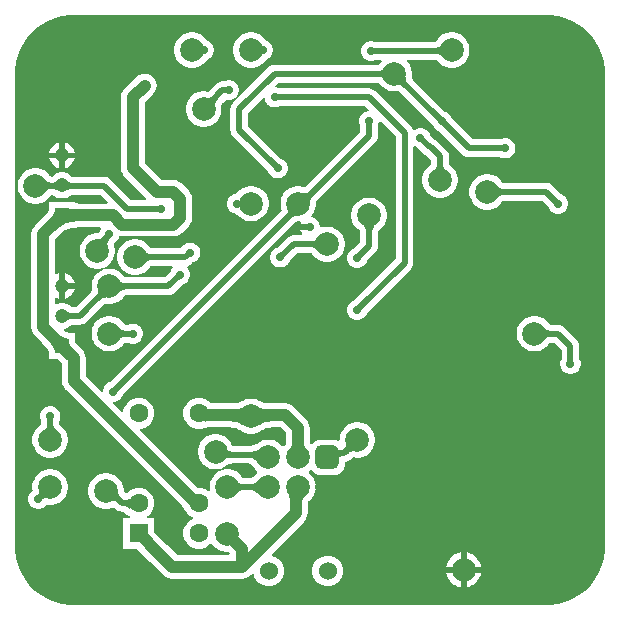
<source format=gbl>
G04*
G04 #@! TF.GenerationSoftware,Altium Limited,Altium Designer,23.9.2 (47)*
G04*
G04 Layer_Physical_Order=2*
G04 Layer_Color=16711680*
%FSLAX44Y44*%
%MOMM*%
G71*
G04*
G04 #@! TF.SameCoordinates,8776A3A0-EF5A-4BC1-B825-7BE02FDD750C*
G04*
G04*
G04 #@! TF.FilePolarity,Positive*
G04*
G01*
G75*
%ADD53C,0.5000*%
%ADD54C,1.0000*%
%ADD55R,1.2000X1.2000*%
%ADD56C,1.2000*%
%ADD57C,1.6000*%
%ADD58R,1.6000X1.6000*%
%ADD59C,7.0000*%
%ADD60C,2.0000*%
G04:AMPARAMS|DCode=61|XSize=2mm|YSize=2mm|CornerRadius=0.5mm|HoleSize=0mm|Usage=FLASHONLY|Rotation=0.000|XOffset=0mm|YOffset=0mm|HoleType=Round|Shape=RoundedRectangle|*
%AMROUNDEDRECTD61*
21,1,2.0000,1.0000,0,0,0.0*
21,1,1.0000,2.0000,0,0,0.0*
1,1,1.0000,0.5000,-0.5000*
1,1,1.0000,-0.5000,-0.5000*
1,1,1.0000,-0.5000,0.5000*
1,1,1.0000,0.5000,0.5000*
%
%ADD61ROUNDEDRECTD61*%
%ADD62C,1.5240*%
%ADD63C,0.7000*%
%ADD64C,0.5000*%
G36*
X459775Y549145D02*
X466106Y547448D01*
X472162Y544940D01*
X477838Y541663D01*
X483038Y537673D01*
X487673Y533038D01*
X491663Y527838D01*
X494940Y522162D01*
X497448Y516106D01*
X499145Y509775D01*
X500000Y503277D01*
Y500000D01*
Y100000D01*
Y96723D01*
X499145Y90225D01*
X497448Y83893D01*
X494940Y77838D01*
X491663Y72162D01*
X487673Y66962D01*
X483038Y62327D01*
X477838Y58337D01*
X472162Y55060D01*
X466106Y52552D01*
X459775Y50855D01*
X453277Y50000D01*
X46723D01*
X40224Y50855D01*
X33893Y52552D01*
X27838Y55060D01*
X22162Y58337D01*
X16962Y62327D01*
X12327Y66962D01*
X8337Y72162D01*
X5060Y77838D01*
X2552Y83893D01*
X856Y90225D01*
X0Y96723D01*
Y100000D01*
Y500000D01*
Y503277D01*
X856Y509775D01*
X2552Y516106D01*
X5060Y522162D01*
X8337Y527838D01*
X12327Y533038D01*
X16962Y537673D01*
X22162Y541663D01*
X27838Y544940D01*
X33893Y547448D01*
X40224Y549145D01*
X46723Y550000D01*
X453277D01*
X459775Y549145D01*
D02*
G37*
%LPC*%
G36*
X371477Y535000D02*
X368523D01*
X365625Y534423D01*
X362895Y533293D01*
X360438Y531651D01*
X358349Y529562D01*
X356910Y527409D01*
X356828Y527320D01*
X356600Y527260D01*
X356250Y527201D01*
X355783Y527158D01*
X355063Y527137D01*
X355016Y527126D01*
X354969Y527133D01*
X354858Y527105D01*
X304681D01*
X302619Y527658D01*
X300381D01*
X298219Y527079D01*
X296281Y525960D01*
X294698Y524377D01*
X293579Y522439D01*
X293000Y520277D01*
Y518039D01*
X293579Y515877D01*
X294698Y513939D01*
X296281Y512356D01*
X298219Y511237D01*
X300381Y510658D01*
X302619D01*
X304781Y511237D01*
X306060Y511976D01*
X310366D01*
X310893Y510706D01*
X309748Y509562D01*
X308785Y508120D01*
X308512Y507849D01*
X308490Y507817D01*
X308401Y507785D01*
X308145Y507721D01*
X307777Y507660D01*
X307298Y507616D01*
X306573Y507596D01*
X306437Y507565D01*
X220000D01*
X218042Y507307D01*
X216218Y506551D01*
X214651Y505349D01*
X214651Y505349D01*
X184651Y475349D01*
X183449Y473782D01*
X182693Y471958D01*
X182435Y470000D01*
Y452500D01*
X182693Y450542D01*
X183449Y448718D01*
X184651Y447151D01*
X214395Y417407D01*
X214579Y416719D01*
X215698Y414781D01*
X217281Y413198D01*
X219219Y412079D01*
X221381Y411500D01*
X223619D01*
X225781Y412079D01*
X227719Y413198D01*
X229302Y414781D01*
X230421Y416719D01*
X231000Y418881D01*
Y421119D01*
X230421Y423281D01*
X229302Y425219D01*
X227719Y426802D01*
X225781Y427921D01*
X225093Y428105D01*
X197565Y455633D01*
Y466867D01*
X210327Y479629D01*
X211500Y479143D01*
Y478881D01*
X212079Y476719D01*
X213198Y474781D01*
X214781Y473198D01*
X216719Y472079D01*
X218881Y471500D01*
X221119D01*
X223281Y472079D01*
X223897Y472435D01*
X296867D01*
X299629Y469673D01*
X299143Y468500D01*
X298881D01*
X296719Y467921D01*
X294781Y466802D01*
X293198Y465219D01*
X292079Y463281D01*
X291500Y461119D01*
Y458881D01*
X292079Y456719D01*
X292435Y456102D01*
Y450701D01*
X246655Y404921D01*
X246539Y404848D01*
X246020Y404359D01*
X245680Y404080D01*
X245502Y403957D01*
X244375Y404423D01*
X241477Y405000D01*
X238523D01*
X235625Y404423D01*
X232895Y403293D01*
X230438Y401651D01*
X228349Y399562D01*
X226707Y397105D01*
X225576Y394375D01*
X225000Y391477D01*
Y388523D01*
X225576Y385625D01*
X226043Y384498D01*
X225920Y384320D01*
X225641Y383980D01*
X225152Y383461D01*
X225079Y383345D01*
X80784Y239050D01*
X80096Y238865D01*
X78158Y237746D01*
X76575Y236164D01*
X75457Y234226D01*
X74877Y232064D01*
Y231127D01*
X73607Y230601D01*
X60086Y244122D01*
Y259600D01*
X59743Y262211D01*
X58735Y264643D01*
X57132Y266732D01*
X56732Y267132D01*
X56704Y267176D01*
X52028Y272008D01*
X51000Y273179D01*
Y275009D01*
X51055Y275208D01*
X51032Y275390D01*
X51068Y275569D01*
X51000Y275909D01*
Y280600D01*
X46530D01*
X46331Y280655D01*
X45667Y280702D01*
X45238Y280789D01*
X44670Y280975D01*
X43967Y281283D01*
X43144Y281730D01*
X42213Y282326D01*
X41583Y282786D01*
X41574Y282866D01*
X41792Y283925D01*
X41918Y284126D01*
X44246Y284750D01*
X46754Y286198D01*
X47407Y286851D01*
X47755Y287065D01*
X47926Y287225D01*
X47934Y287229D01*
X47964Y287245D01*
X48026Y287270D01*
X48130Y287302D01*
X48282Y287337D01*
X48485Y287369D01*
X48744Y287391D01*
X49197Y287404D01*
X49334Y287435D01*
X55000D01*
X56958Y287693D01*
X58782Y288449D01*
X60349Y289651D01*
X74769Y304070D01*
X74887Y304145D01*
X75414Y304643D01*
X75783Y304950D01*
X76087Y305168D01*
X76313Y305303D01*
X76399Y305344D01*
X76437Y305337D01*
X76821Y305338D01*
X78523Y305000D01*
X81477D01*
X84375Y305576D01*
X87105Y306707D01*
X89562Y308349D01*
X91651Y310438D01*
X92607Y311869D01*
X92875Y312132D01*
X92880Y312140D01*
X93040Y312194D01*
X93353Y312268D01*
X93788Y312335D01*
X94340Y312383D01*
X95135Y312404D01*
X95274Y312435D01*
X130000D01*
X131958Y312693D01*
X133782Y313449D01*
X135349Y314651D01*
X142593Y321895D01*
X143281Y322079D01*
X145219Y323198D01*
X146802Y324781D01*
X147921Y326719D01*
X148500Y328881D01*
Y331119D01*
X147921Y333281D01*
X146802Y335219D01*
X145818Y336203D01*
X146267Y337543D01*
X148091Y338299D01*
X149658Y339501D01*
X150412Y340255D01*
X151839Y340637D01*
X153777Y341756D01*
X155360Y343339D01*
X156479Y345277D01*
X157058Y347439D01*
Y349677D01*
X156479Y351839D01*
X155360Y353777D01*
X153777Y355360D01*
X151839Y356479D01*
X149677Y357058D01*
X147439D01*
X145277Y356479D01*
X143339Y355360D01*
X141756Y353777D01*
X140970Y352415D01*
X116863D01*
X116727Y352446D01*
X116002Y352466D01*
X115523Y352510D01*
X115155Y352571D01*
X114899Y352635D01*
X114810Y352667D01*
X114788Y352699D01*
X114515Y352970D01*
X113551Y354412D01*
X111462Y356501D01*
X109005Y358143D01*
X106275Y359273D01*
X103377Y359850D01*
X100423D01*
X97525Y359273D01*
X94795Y358143D01*
X92338Y356501D01*
X90249Y354412D01*
X88607Y351955D01*
X87477Y349225D01*
X86900Y346327D01*
Y343373D01*
X87477Y340475D01*
X88607Y337745D01*
X90249Y335288D01*
X92338Y333199D01*
X94795Y331557D01*
X97525Y330426D01*
X100423Y329850D01*
X103377D01*
X106275Y330426D01*
X109005Y331557D01*
X111462Y333199D01*
X113551Y335288D01*
X114515Y336730D01*
X114788Y337001D01*
X114810Y337033D01*
X114899Y337065D01*
X115155Y337129D01*
X115523Y337190D01*
X116002Y337234D01*
X116727Y337254D01*
X116863Y337285D01*
X133468D01*
X133995Y336015D01*
X133198Y335219D01*
X132079Y333281D01*
X131895Y332593D01*
X126867Y327565D01*
X95274D01*
X95135Y327596D01*
X94340Y327617D01*
X93788Y327664D01*
X93353Y327732D01*
X93040Y327806D01*
X92880Y327860D01*
X92875Y327868D01*
X92607Y328131D01*
X91651Y329562D01*
X89562Y331651D01*
X87105Y333293D01*
X84375Y334423D01*
X81477Y335000D01*
X78523D01*
X75625Y334423D01*
X72895Y333293D01*
X70438Y331651D01*
X68349Y329562D01*
X66707Y327105D01*
X65576Y324375D01*
X65000Y321477D01*
Y318523D01*
X65338Y316821D01*
X65337Y316437D01*
X65344Y316399D01*
X65304Y316313D01*
X65168Y316087D01*
X64950Y315784D01*
X64643Y315414D01*
X64145Y314887D01*
X64070Y314769D01*
X51867Y302565D01*
X49334D01*
X49197Y302596D01*
X48744Y302609D01*
X48485Y302631D01*
X48282Y302663D01*
X48130Y302698D01*
X48026Y302730D01*
X47964Y302755D01*
X47934Y302771D01*
X47926Y302775D01*
X47755Y302935D01*
X47407Y303149D01*
X46754Y303802D01*
X44246Y305250D01*
X41448Y306000D01*
X38552D01*
X35754Y305250D01*
X35186Y304922D01*
X34086Y305557D01*
Y309843D01*
X35186Y310478D01*
X35754Y310150D01*
X37500Y309682D01*
Y320400D01*
Y331118D01*
X35754Y330650D01*
X35186Y330322D01*
X34086Y330957D01*
Y359822D01*
X37470Y363206D01*
X37500Y363224D01*
X40118Y365656D01*
X41188Y366526D01*
X42213Y367274D01*
X43144Y367870D01*
X43967Y368317D01*
X44670Y368625D01*
X45238Y368811D01*
X45667Y368898D01*
X46331Y368945D01*
X46530Y369000D01*
X51000D01*
Y369683D01*
X54247Y369893D01*
X55995Y369902D01*
X56052Y369914D01*
X72176D01*
X72866Y368644D01*
X72079Y367281D01*
X71741Y366018D01*
X71686Y365971D01*
X71302Y365675D01*
X70969Y365450D01*
X70692Y365290D01*
X70477Y365187D01*
X70327Y365132D01*
X70241Y365109D01*
X70212Y365104D01*
X69929Y365092D01*
X69551Y365000D01*
X68523D01*
X65625Y364424D01*
X62895Y363293D01*
X60438Y361651D01*
X58349Y359562D01*
X56707Y357105D01*
X55577Y354375D01*
X55000Y351477D01*
Y348523D01*
X55577Y345625D01*
X56707Y342895D01*
X58349Y340438D01*
X60438Y338349D01*
X62895Y336707D01*
X65625Y335577D01*
X68523Y335000D01*
X71477D01*
X74375Y335577D01*
X77105Y336707D01*
X79562Y338349D01*
X81651Y340438D01*
X83293Y342895D01*
X84424Y345625D01*
X85000Y348523D01*
Y351477D01*
X84424Y354375D01*
X83638Y356273D01*
X83657Y356296D01*
X85219Y357198D01*
X86802Y358781D01*
X87921Y360719D01*
X88408Y362539D01*
X90814Y362223D01*
X134142D01*
X136753Y362566D01*
X139185Y363574D01*
X141274Y365177D01*
X147132Y371035D01*
X148735Y373124D01*
X149743Y375556D01*
X150086Y378167D01*
Y394142D01*
X149743Y396753D01*
X148735Y399185D01*
X147132Y401274D01*
X141274Y407132D01*
X139185Y408735D01*
X136753Y409743D01*
X134142Y410086D01*
X124178D01*
X110086Y424178D01*
Y475822D01*
X117132Y482868D01*
X118735Y484957D01*
X119743Y487389D01*
X120086Y490000D01*
X119743Y492611D01*
X118735Y495043D01*
X117132Y497132D01*
X115043Y498735D01*
X112611Y499743D01*
X110000Y500086D01*
X107389Y499743D01*
X104957Y498735D01*
X102868Y497132D01*
X92868Y487132D01*
X91265Y485043D01*
X90257Y482611D01*
X89914Y480000D01*
Y420000D01*
X90257Y417389D01*
X91265Y414957D01*
X92868Y412868D01*
X111189Y394547D01*
X110703Y393373D01*
X98125D01*
X81149Y410349D01*
X79582Y411551D01*
X77758Y412307D01*
X75800Y412565D01*
X49665D01*
X49595Y412584D01*
X49482Y412570D01*
X49372Y412596D01*
X48927Y412609D01*
X48692Y412631D01*
X48518Y412660D01*
X48403Y412688D01*
X48359Y412703D01*
X48255Y412813D01*
X47875Y413081D01*
X46754Y414202D01*
X44246Y415650D01*
X41448Y416400D01*
X38552D01*
X35754Y415650D01*
X33246Y414202D01*
X32376Y413332D01*
X31991Y413078D01*
X31847Y412935D01*
X31811Y412920D01*
X31728Y412893D01*
X31595Y412862D01*
X31406Y412831D01*
X31392Y412830D01*
X31060Y412860D01*
X30683Y412921D01*
X30416Y412987D01*
X30277Y413036D01*
X30231Y413101D01*
X29944Y413375D01*
X29151Y414562D01*
X27062Y416651D01*
X24605Y418293D01*
X21875Y419423D01*
X18977Y420000D01*
X16023D01*
X13125Y419423D01*
X10395Y418293D01*
X7938Y416651D01*
X5849Y414562D01*
X4207Y412105D01*
X3076Y409375D01*
X2500Y406477D01*
Y403523D01*
X3076Y400625D01*
X4207Y397895D01*
X5849Y395438D01*
X7938Y393349D01*
X10395Y391707D01*
X13125Y390577D01*
X16023Y390000D01*
X18977D01*
X21875Y390577D01*
X24605Y391707D01*
X27062Y393349D01*
X29151Y395438D01*
X30304Y397164D01*
X30536Y397402D01*
X30577Y397417D01*
X30821Y397480D01*
X31182Y397540D01*
X31559Y397575D01*
X31633Y397568D01*
X31852Y397536D01*
X32022Y397498D01*
X32146Y397462D01*
X32230Y397429D01*
X32281Y397405D01*
X32309Y397388D01*
X32323Y397377D01*
X32508Y397217D01*
X32787Y397056D01*
X33246Y396598D01*
X35754Y395150D01*
X38552Y394400D01*
X41448D01*
X44246Y395150D01*
X46754Y396598D01*
X47032Y396875D01*
X47221Y396976D01*
X47417Y397136D01*
X47447Y397157D01*
X47494Y397183D01*
X47566Y397216D01*
X47670Y397254D01*
X47814Y397295D01*
X48002Y397335D01*
X48238Y397369D01*
X48522Y397392D01*
X48986Y397404D01*
X49125Y397435D01*
X72667D01*
X78842Y391260D01*
X78356Y390086D01*
X56107D01*
X56057Y390097D01*
X51077Y390182D01*
X51000Y390187D01*
Y391000D01*
X46309D01*
X45970Y391068D01*
X45705Y391015D01*
X45437Y391040D01*
X45309Y391000D01*
X34591D01*
X34392Y391055D01*
X34210Y391032D01*
X34030Y391068D01*
X33691Y391000D01*
X29000D01*
Y386530D01*
X28945Y386331D01*
X28898Y385667D01*
X28811Y385238D01*
X28625Y384670D01*
X28317Y383968D01*
X27870Y383144D01*
X27274Y382213D01*
X26562Y381236D01*
X24526Y378850D01*
X23291Y377571D01*
X23263Y377528D01*
X16868Y371132D01*
X15265Y369043D01*
X14257Y366610D01*
X13914Y364000D01*
Y285600D01*
X14257Y282990D01*
X15265Y280557D01*
X16868Y278468D01*
X23206Y272130D01*
X23224Y272100D01*
X25656Y269482D01*
X26526Y268412D01*
X27274Y267387D01*
X27870Y266456D01*
X28317Y265632D01*
X28625Y264930D01*
X28811Y264361D01*
X28898Y263933D01*
X28945Y263269D01*
X29000Y263070D01*
Y258600D01*
X33691D01*
X34030Y258533D01*
X34210Y258568D01*
X34392Y258545D01*
X34591Y258600D01*
X36103D01*
X39914Y255257D01*
Y239944D01*
X40257Y237334D01*
X41265Y234901D01*
X42868Y232812D01*
X140342Y135338D01*
X140368Y135297D01*
X141982Y133613D01*
X142604Y132887D01*
X142673Y132797D01*
X142700Y132666D01*
X142937Y132316D01*
X143088Y131921D01*
X143488Y131500D01*
X143813Y131018D01*
X143854Y130991D01*
X145397Y128318D01*
X147818Y125897D01*
X150613Y124284D01*
X150704Y123600D01*
X150613Y122916D01*
X147818Y121303D01*
X145397Y118882D01*
X143686Y115918D01*
X142800Y112612D01*
Y109188D01*
X143686Y105882D01*
X145397Y102918D01*
X147818Y100497D01*
X150782Y98786D01*
X154088Y97900D01*
X157512D01*
X160818Y98786D01*
X163782Y100497D01*
X165614Y102329D01*
X165628Y102337D01*
X167167Y102197D01*
X167179Y102188D01*
X168349Y100438D01*
X170438Y98349D01*
X172895Y96707D01*
X175625Y95576D01*
X178523Y95000D01*
X180736D01*
X181880Y93856D01*
X181354Y92586D01*
X137536D01*
X129413Y100709D01*
X129274Y100890D01*
X118000Y112164D01*
Y123900D01*
X112063D01*
X111722Y125170D01*
X112982Y125897D01*
X115403Y128318D01*
X117114Y131282D01*
X118000Y134588D01*
Y138012D01*
X117114Y141318D01*
X115403Y144282D01*
X112982Y146703D01*
X110018Y148414D01*
X106712Y149300D01*
X103288D01*
X99982Y148414D01*
X97018Y146703D01*
X95260Y144945D01*
X95103Y144890D01*
X93730Y144900D01*
X93554Y145084D01*
X93171Y145524D01*
X92859Y145922D01*
X92616Y146272D01*
X92438Y146570D01*
X92319Y146808D01*
X92248Y146983D01*
X92215Y147094D01*
X92205Y147145D01*
X92180Y147433D01*
X92105Y147693D01*
Y148185D01*
X91529Y151082D01*
X90398Y153812D01*
X88756Y156269D01*
X86667Y158358D01*
X84210Y160000D01*
X81481Y161131D01*
X78583Y161707D01*
X75628D01*
X72730Y161131D01*
X70000Y160000D01*
X67543Y158358D01*
X65454Y156269D01*
X63812Y153812D01*
X62682Y151082D01*
X62105Y148185D01*
Y145230D01*
X62682Y142332D01*
X63812Y139602D01*
X65454Y137145D01*
X67543Y135056D01*
X70000Y133414D01*
X72730Y132284D01*
X75628Y131707D01*
X78583D01*
X81481Y132284D01*
X83821Y133253D01*
X83957Y133142D01*
X84474Y132655D01*
X84591Y132582D01*
X85817Y131356D01*
X87384Y130154D01*
X89209Y129398D01*
X91167Y129140D01*
X91460D01*
X91572Y129112D01*
X92069Y129089D01*
X92259Y129061D01*
X92388Y129028D01*
X92476Y128994D01*
X92547Y128956D01*
X92621Y128905D01*
X92716Y128823D01*
X92838Y128691D01*
X92988Y128491D01*
X93274Y128026D01*
X93896Y127358D01*
X94494Y126670D01*
X94570Y126632D01*
X94628Y126569D01*
X95457Y126189D01*
X96273Y125782D01*
X96359Y125776D01*
X96437Y125740D01*
X97215Y125712D01*
X97757Y125170D01*
X97232Y123900D01*
X92000D01*
Y97900D01*
X103736D01*
X114871Y86765D01*
X115010Y86584D01*
X126226Y75368D01*
X128315Y73765D01*
X130747Y72757D01*
X133358Y72414D01*
X192500D01*
X195110Y72757D01*
X197543Y73765D01*
X199632Y75368D01*
X200890Y76625D01*
X202306Y76246D01*
X202886Y74082D01*
X204597Y71118D01*
X207018Y68697D01*
X209982Y66986D01*
X213288Y66100D01*
X216712D01*
X220018Y66986D01*
X222982Y68697D01*
X225403Y71118D01*
X227114Y74082D01*
X228000Y77389D01*
Y80811D01*
X227114Y84118D01*
X225403Y87082D01*
X222982Y89502D01*
X220018Y91214D01*
X217854Y91794D01*
X217474Y93210D01*
X244969Y120704D01*
X246572Y122793D01*
X247579Y125226D01*
X247923Y127837D01*
Y134477D01*
X247933Y134524D01*
X247955Y135469D01*
X248007Y136187D01*
X248085Y136781D01*
X248179Y137244D01*
X248274Y137572D01*
X248341Y137743D01*
X248391Y137782D01*
X248596Y138021D01*
X249312Y138499D01*
X251401Y140588D01*
X253043Y143045D01*
X254174Y145775D01*
X254750Y148673D01*
Y151627D01*
X254174Y154525D01*
X253043Y157255D01*
X251401Y159712D01*
X249312Y161801D01*
X248992Y162015D01*
Y163285D01*
X249312Y163499D01*
X250068Y164255D01*
X251754Y164144D01*
X252618Y163018D01*
X254707Y161415D01*
X257139Y160407D01*
X259750Y160064D01*
X269750D01*
X272360Y160407D01*
X274793Y161415D01*
X276882Y163018D01*
X278485Y165107D01*
X279493Y167539D01*
X279836Y170150D01*
Y171245D01*
X280612Y171347D01*
X282437Y172103D01*
X284003Y173305D01*
X284769Y174070D01*
X284887Y174145D01*
X285414Y174643D01*
X285783Y174950D01*
X286087Y175168D01*
X286313Y175304D01*
X286399Y175344D01*
X286436Y175337D01*
X286821Y175338D01*
X288523Y175000D01*
X291477D01*
X294375Y175576D01*
X297105Y176707D01*
X299562Y178349D01*
X301651Y180438D01*
X303293Y182895D01*
X304424Y185625D01*
X305000Y188523D01*
Y191477D01*
X304424Y194375D01*
X303293Y197105D01*
X301651Y199562D01*
X299562Y201651D01*
X297105Y203293D01*
X294375Y204424D01*
X291477Y205000D01*
X288523D01*
X285625Y204424D01*
X282895Y203293D01*
X280438Y201651D01*
X278349Y199562D01*
X276707Y197105D01*
X275576Y194375D01*
X275000Y191477D01*
Y190174D01*
X273730Y189325D01*
X272360Y189893D01*
X269750Y190236D01*
X259750D01*
X257139Y189893D01*
X254707Y188885D01*
X252618Y187282D01*
X251754Y186156D01*
X251753Y186155D01*
X251394Y186011D01*
X250212Y186358D01*
X250178Y186469D01*
X250076Y186917D01*
X249994Y187420D01*
X249864Y188992D01*
X249847Y189905D01*
X249836Y189954D01*
Y200250D01*
X249492Y202861D01*
X248485Y205293D01*
X246882Y207382D01*
X236332Y217932D01*
X234243Y219535D01*
X231810Y220543D01*
X229200Y220886D01*
X218268D01*
X218215Y220898D01*
X216542Y220920D01*
X215117Y220982D01*
X212492Y221236D01*
X211500Y221399D01*
X210613Y221594D01*
X209889Y221803D01*
X209334Y222009D01*
X208952Y222192D01*
X208462Y222496D01*
X208088Y222636D01*
X207105Y223293D01*
X204375Y224424D01*
X201477Y225000D01*
X198523D01*
X195625Y224424D01*
X192895Y223293D01*
X191912Y222636D01*
X191538Y222496D01*
X191048Y222192D01*
X190666Y222009D01*
X190111Y221803D01*
X189387Y221594D01*
X188500Y221399D01*
X187508Y221236D01*
X184883Y220982D01*
X183458Y220920D01*
X181785Y220898D01*
X181732Y220886D01*
X166604D01*
X166556Y220897D01*
X165771Y220914D01*
X163782Y222903D01*
X160818Y224614D01*
X157512Y225500D01*
X154088D01*
X150782Y224614D01*
X147818Y222903D01*
X145397Y220482D01*
X143686Y217518D01*
X142800Y214212D01*
Y210788D01*
X143686Y207482D01*
X145397Y204518D01*
X147818Y202097D01*
X150782Y200386D01*
X154088Y199500D01*
X157512D01*
X160170Y200212D01*
X160281Y200170D01*
X160701Y200184D01*
X161113Y200102D01*
X161686Y200216D01*
X162269Y200235D01*
X162652Y200408D01*
X163064Y200490D01*
X163126Y200532D01*
X165717Y200697D01*
X166479Y200702D01*
X166535Y200714D01*
X180770D01*
X180818Y200703D01*
X182298Y200672D01*
X184967Y200429D01*
X186003Y200249D01*
X186990Y200013D01*
X187861Y199741D01*
X188623Y199438D01*
X189279Y199112D01*
X189838Y198769D01*
X190519Y198256D01*
X190730Y198154D01*
X192895Y196707D01*
X195625Y195576D01*
X198523Y195000D01*
X201477D01*
X204375Y195576D01*
X207105Y196707D01*
X209270Y198154D01*
X209481Y198256D01*
X210162Y198769D01*
X210721Y199112D01*
X211377Y199438D01*
X212139Y199741D01*
X213010Y200013D01*
X213997Y200249D01*
X215033Y200429D01*
X217702Y200672D01*
X219182Y200703D01*
X219230Y200714D01*
X225022D01*
X229664Y196072D01*
Y190039D01*
X229656Y190006D01*
X229583Y188101D01*
X229516Y187481D01*
X229424Y186917D01*
X229322Y186470D01*
X229221Y186142D01*
X229138Y185935D01*
X229094Y185853D01*
X228938Y185676D01*
X228761Y185374D01*
X228099Y184712D01*
X227885Y184392D01*
X226615D01*
X226401Y184712D01*
X224312Y186801D01*
X221855Y188443D01*
X219125Y189573D01*
X216227Y190150D01*
X213273D01*
X210375Y189573D01*
X207645Y188443D01*
X207266Y188190D01*
X206980Y188093D01*
X204837Y186862D01*
X204029Y186451D01*
X202358Y185724D01*
X201750Y185511D01*
X201176Y185347D01*
X200697Y185243D01*
X200322Y185192D01*
X199801Y185167D01*
X199692Y185140D01*
X185288D01*
X185154Y185171D01*
X184444Y185192D01*
X184070Y185229D01*
X183293Y187105D01*
X181651Y189562D01*
X179562Y191651D01*
X177105Y193293D01*
X174375Y194424D01*
X171477Y195000D01*
X168523D01*
X165625Y194424D01*
X162895Y193293D01*
X160438Y191651D01*
X158349Y189562D01*
X156707Y187105D01*
X155576Y184375D01*
X155000Y181477D01*
Y178523D01*
X155576Y175625D01*
X156707Y172895D01*
X158349Y170438D01*
X160438Y168349D01*
X162895Y166707D01*
X165625Y165576D01*
X168523Y165000D01*
X171477D01*
X174375Y165576D01*
X177105Y166707D01*
X179562Y168349D01*
X180309Y169095D01*
X180644Y169300D01*
X180852Y169492D01*
X180875Y169509D01*
X180951Y169553D01*
X181095Y169619D01*
X181318Y169698D01*
X181625Y169781D01*
X181947Y169844D01*
X183132Y169963D01*
X183820Y169978D01*
X183963Y170010D01*
X198364D01*
X198460Y169985D01*
X199034Y169953D01*
X199274Y169910D01*
X199493Y169843D01*
X199716Y169744D01*
X199964Y169596D01*
X200248Y169380D01*
X200572Y169076D01*
X200932Y168669D01*
X201320Y168148D01*
X201818Y167362D01*
X202137Y167027D01*
X203099Y165588D01*
X205188Y163499D01*
X205508Y163285D01*
Y162015D01*
X205188Y161801D01*
X204375Y160988D01*
X203976Y160726D01*
X203201Y159961D01*
X202548Y159382D01*
X201936Y158901D01*
X201371Y158513D01*
X200857Y158213D01*
X200397Y157993D01*
X199993Y157841D01*
X199640Y157746D01*
X199330Y157696D01*
X198771Y157665D01*
X198671Y157640D01*
X194943D01*
X194806Y157671D01*
X194081Y157691D01*
X193600Y157735D01*
X193228Y157796D01*
X192968Y157861D01*
X192860Y157899D01*
X192830Y157943D01*
X192549Y158218D01*
X191651Y159562D01*
X189562Y161651D01*
X187105Y163293D01*
X184375Y164424D01*
X181477Y165000D01*
X178523D01*
X175625Y164424D01*
X172895Y163293D01*
X170438Y161651D01*
X168349Y159562D01*
X166707Y157105D01*
X165576Y154375D01*
X165000Y151477D01*
Y148523D01*
X165308Y146972D01*
X164138Y146347D01*
X163782Y146703D01*
X160818Y148414D01*
X157512Y149300D01*
X154928D01*
X154656Y149569D01*
X154608Y149600D01*
X105882Y198327D01*
X106368Y199500D01*
X106712D01*
X110018Y200386D01*
X112982Y202097D01*
X115403Y204518D01*
X117114Y207482D01*
X118000Y210788D01*
Y214212D01*
X117114Y217518D01*
X115403Y220482D01*
X112982Y222903D01*
X110018Y224614D01*
X106712Y225500D01*
X103288D01*
X99982Y224614D01*
X97018Y222903D01*
X94597Y220482D01*
X92886Y217518D01*
X92000Y214212D01*
Y213868D01*
X90827Y213382D01*
X83034Y221175D01*
X83560Y222445D01*
X84496D01*
X86658Y223024D01*
X88596Y224143D01*
X90179Y225725D01*
X91298Y227664D01*
X91482Y228351D01*
X236430Y373299D01*
X236552Y373377D01*
X237093Y373891D01*
X237502Y374240D01*
X237861Y374510D01*
X238165Y374707D01*
X238404Y374837D01*
X238575Y374912D01*
X238677Y374944D01*
X238708Y374951D01*
X238969Y374944D01*
X239302Y375000D01*
X241477D01*
X241622Y375029D01*
X242434Y373895D01*
X242079Y373281D01*
X241870Y372500D01*
X250000D01*
Y367500D01*
X241870D01*
X242079Y366719D01*
X243198Y364781D01*
X243520Y364459D01*
X242994Y363189D01*
X235999D01*
X235999Y363189D01*
X235020Y363060D01*
X234041Y362932D01*
X232216Y362176D01*
X230650Y360974D01*
X222281Y352605D01*
X221593Y352421D01*
X219655Y351302D01*
X218072Y349719D01*
X216953Y347781D01*
X216374Y345619D01*
Y343381D01*
X216953Y341219D01*
X218072Y339281D01*
X219655Y337698D01*
X221593Y336579D01*
X223755Y336000D01*
X225993D01*
X228155Y336579D01*
X230093Y337698D01*
X231676Y339281D01*
X232795Y341219D01*
X232979Y341907D01*
X239132Y348060D01*
X249461D01*
X249597Y348029D01*
X250322Y348008D01*
X250800Y347965D01*
X251169Y347904D01*
X251425Y347840D01*
X251514Y347808D01*
X251535Y347776D01*
X251808Y347505D01*
X252772Y346063D01*
X254862Y343973D01*
X257318Y342332D01*
X260048Y341201D01*
X262946Y340625D01*
X265901D01*
X268799Y341201D01*
X271529Y342332D01*
X273986Y343973D01*
X276075Y346063D01*
X277716Y348520D01*
X278847Y351249D01*
X279424Y354147D01*
Y357102D01*
X278847Y360000D01*
X277716Y362730D01*
X276075Y365187D01*
X273986Y367276D01*
X271529Y368918D01*
X268799Y370048D01*
X265901Y370625D01*
X262946D01*
X260048Y370048D01*
X259556Y369844D01*
X258500Y370550D01*
Y371119D01*
X257921Y373281D01*
X256802Y375219D01*
X255219Y376802D01*
X253281Y377921D01*
X251427Y378418D01*
X250863Y379650D01*
X251651Y380438D01*
X253293Y382895D01*
X254424Y385625D01*
X255000Y388523D01*
Y390698D01*
X255056Y391031D01*
X255049Y391292D01*
X255056Y391323D01*
X255088Y391424D01*
X255163Y391596D01*
X255293Y391835D01*
X255490Y392139D01*
X255760Y392498D01*
X256109Y392907D01*
X256623Y393448D01*
X256700Y393570D01*
X305349Y442218D01*
X306551Y443785D01*
X307307Y445610D01*
X307565Y447567D01*
Y456102D01*
X307921Y456719D01*
X308500Y458881D01*
Y459143D01*
X309673Y459629D01*
X322435Y446867D01*
Y343133D01*
X287407Y308105D01*
X286719Y307921D01*
X284781Y306802D01*
X283198Y305219D01*
X282079Y303281D01*
X281500Y301119D01*
Y298881D01*
X282079Y296719D01*
X283198Y294781D01*
X284781Y293198D01*
X286719Y292079D01*
X288881Y291500D01*
X291119D01*
X293281Y292079D01*
X295219Y293198D01*
X296802Y294781D01*
X297921Y296719D01*
X298105Y297407D01*
X335349Y334651D01*
X335349Y334651D01*
X336551Y336218D01*
X337307Y338042D01*
X337565Y340000D01*
X337565Y340000D01*
Y437725D01*
X338835Y438399D01*
X340219Y437600D01*
X340907Y437416D01*
X346103Y432220D01*
X347669Y431018D01*
X348719Y430583D01*
X352435Y426867D01*
Y424963D01*
X352404Y424827D01*
X352384Y424102D01*
X352340Y423623D01*
X352279Y423255D01*
X352215Y422999D01*
X352183Y422910D01*
X352151Y422888D01*
X351880Y422615D01*
X350438Y421651D01*
X348349Y419562D01*
X346707Y417105D01*
X345576Y414375D01*
X345000Y411477D01*
Y408523D01*
X345576Y405625D01*
X346707Y402895D01*
X348349Y400438D01*
X350438Y398349D01*
X352895Y396707D01*
X355625Y395577D01*
X358523Y395000D01*
X361477D01*
X364375Y395577D01*
X367105Y396707D01*
X369562Y398349D01*
X371651Y400438D01*
X373293Y402895D01*
X374423Y405625D01*
X375000Y408523D01*
Y411477D01*
X374423Y414375D01*
X373293Y417105D01*
X371651Y419562D01*
X369562Y421651D01*
X368120Y422615D01*
X367849Y422888D01*
X367817Y422910D01*
X367785Y422999D01*
X367721Y423255D01*
X367660Y423623D01*
X367616Y424102D01*
X367596Y424827D01*
X367565Y424963D01*
Y430000D01*
X367307Y431958D01*
X366551Y433782D01*
X365349Y435349D01*
X357780Y442918D01*
X356213Y444120D01*
X355164Y444555D01*
X351605Y448114D01*
X351421Y448802D01*
X350302Y450740D01*
X348719Y452323D01*
X346781Y453442D01*
X344619Y454021D01*
X342381D01*
X340219Y453442D01*
X338480Y452438D01*
X337845Y452479D01*
X336959Y452797D01*
X336551Y453782D01*
X335349Y455349D01*
X335349Y455349D01*
X305349Y485349D01*
X303782Y486551D01*
X301958Y487307D01*
X300000Y487565D01*
X223897D01*
X223281Y487921D01*
X221119Y488500D01*
X220857D01*
X220371Y489673D01*
X223133Y492435D01*
X306437D01*
X306573Y492404D01*
X307298Y492384D01*
X307776Y492340D01*
X308145Y492279D01*
X308401Y492215D01*
X308490Y492183D01*
X308512Y492151D01*
X308785Y491880D01*
X309748Y490438D01*
X311838Y488349D01*
X314294Y486707D01*
X317024Y485576D01*
X319922Y485000D01*
X322877D01*
X324578Y485338D01*
X324963Y485337D01*
X325001Y485344D01*
X325086Y485303D01*
X325313Y485168D01*
X325616Y484950D01*
X325986Y484643D01*
X326512Y484145D01*
X326631Y484070D01*
X353572Y457130D01*
X353756Y456442D01*
X354875Y454504D01*
X356458Y452921D01*
X358396Y451802D01*
X359084Y451618D01*
X378870Y431832D01*
X378870Y431831D01*
X380437Y430629D01*
X382261Y429874D01*
X384219Y429616D01*
X384219Y429616D01*
X410666D01*
X411938Y428881D01*
X414100Y428302D01*
X416338D01*
X418500Y428881D01*
X420438Y430000D01*
X422021Y431583D01*
X423140Y433521D01*
X423719Y435683D01*
Y437921D01*
X423140Y440083D01*
X422021Y442021D01*
X420438Y443603D01*
X418500Y444722D01*
X416338Y445302D01*
X414100D01*
X412023Y444745D01*
X387352D01*
X369782Y462316D01*
X369598Y463004D01*
X368479Y464942D01*
X366896Y466524D01*
X364958Y467643D01*
X364270Y467828D01*
X337329Y494768D01*
X337255Y494887D01*
X336757Y495414D01*
X336449Y495783D01*
X336232Y496087D01*
X336096Y496313D01*
X336055Y496399D01*
X336063Y496437D01*
X336061Y496821D01*
X336400Y498523D01*
Y501477D01*
X335823Y504375D01*
X334692Y507105D01*
X333051Y509562D01*
X331907Y510706D01*
X332433Y511976D01*
X355170D01*
X355308Y511945D01*
X356037Y511925D01*
X356530Y511881D01*
X356918Y511819D01*
X357199Y511751D01*
X357377Y511691D01*
X357405Y511678D01*
X357479Y511577D01*
X357756Y511326D01*
X358349Y510438D01*
X360438Y508349D01*
X362895Y506707D01*
X365625Y505577D01*
X368523Y505000D01*
X371477D01*
X374375Y505577D01*
X377105Y506707D01*
X379562Y508349D01*
X381651Y510438D01*
X383293Y512895D01*
X384423Y515625D01*
X385000Y518523D01*
Y521477D01*
X384423Y524375D01*
X383293Y527105D01*
X381651Y529562D01*
X379562Y531651D01*
X377105Y533293D01*
X374375Y534423D01*
X371477Y535000D01*
D02*
G37*
G36*
X201477D02*
X198523D01*
X195625Y534423D01*
X192895Y533293D01*
X190438Y531651D01*
X188349Y529562D01*
X186707Y527105D01*
X185576Y524375D01*
X185000Y521477D01*
Y518523D01*
X185576Y515625D01*
X186707Y512895D01*
X188349Y510438D01*
X190438Y508349D01*
X192895Y506707D01*
X195625Y505577D01*
X198523Y505000D01*
X201477D01*
X204375Y505577D01*
X207105Y506707D01*
X209562Y508349D01*
X211651Y510438D01*
X212632Y511905D01*
X213281Y512079D01*
X215219Y513198D01*
X216802Y514781D01*
X217921Y516719D01*
X218500Y518881D01*
Y521119D01*
X217921Y523281D01*
X216802Y525219D01*
X215219Y526802D01*
X213281Y527921D01*
X212632Y528095D01*
X211651Y529562D01*
X209562Y531651D01*
X207105Y533293D01*
X204375Y534423D01*
X201477Y535000D01*
D02*
G37*
G36*
X151477D02*
X148523D01*
X145625Y534423D01*
X142895Y533293D01*
X140438Y531651D01*
X138349Y529562D01*
X136707Y527105D01*
X135576Y524375D01*
X135000Y521477D01*
Y518523D01*
X135576Y515625D01*
X136707Y512895D01*
X138349Y510438D01*
X140438Y508349D01*
X142895Y506707D01*
X145625Y505577D01*
X148523Y505000D01*
X151477D01*
X154375Y505577D01*
X157105Y506707D01*
X159562Y508349D01*
X161651Y510438D01*
X162632Y511905D01*
X163281Y512079D01*
X165219Y513198D01*
X166802Y514781D01*
X167921Y516719D01*
X168500Y518881D01*
Y521119D01*
X167921Y523281D01*
X166802Y525219D01*
X165219Y526802D01*
X163281Y527921D01*
X162632Y528095D01*
X161651Y529562D01*
X159562Y531651D01*
X157105Y533293D01*
X154375Y534423D01*
X151477Y535000D01*
D02*
G37*
G36*
X182619Y494750D02*
X180381D01*
X178219Y494171D01*
X176940Y493432D01*
X175867D01*
X173909Y493174D01*
X172085Y492419D01*
X170518Y491216D01*
X170518Y491216D01*
X165231Y485930D01*
X165113Y485855D01*
X164586Y485357D01*
X164217Y485050D01*
X163913Y484832D01*
X163687Y484697D01*
X163601Y484656D01*
X163563Y484663D01*
X163179Y484662D01*
X161477Y485000D01*
X158523D01*
X155625Y484423D01*
X152895Y483293D01*
X150438Y481651D01*
X148349Y479562D01*
X146707Y477105D01*
X145576Y474375D01*
X145000Y471477D01*
Y468523D01*
X145576Y465625D01*
X146707Y462895D01*
X148349Y460438D01*
X150438Y458349D01*
X152895Y456707D01*
X155625Y455577D01*
X158523Y455000D01*
X161477D01*
X164375Y455577D01*
X167105Y456707D01*
X169562Y458349D01*
X171651Y460438D01*
X173293Y462895D01*
X174424Y465625D01*
X175000Y468523D01*
Y471477D01*
X174662Y473179D01*
X174663Y473563D01*
X174656Y473601D01*
X174697Y473687D01*
X174832Y473913D01*
X175049Y474216D01*
X175357Y474586D01*
X175855Y475113D01*
X175930Y475232D01*
X178857Y478158D01*
X180381Y477750D01*
X182619D01*
X184781Y478329D01*
X186719Y479448D01*
X188302Y481031D01*
X189421Y482969D01*
X190000Y485131D01*
Y487369D01*
X189421Y489531D01*
X188302Y491469D01*
X186719Y493052D01*
X184781Y494171D01*
X182619Y494750D01*
D02*
G37*
G36*
X42500Y441518D02*
Y433300D01*
X50718D01*
X50250Y435046D01*
X48802Y437554D01*
X46754Y439602D01*
X44246Y441050D01*
X42500Y441518D01*
D02*
G37*
G36*
X37500D02*
X35754Y441050D01*
X33246Y439602D01*
X31198Y437554D01*
X29750Y435046D01*
X29282Y433300D01*
X37500D01*
Y441518D01*
D02*
G37*
G36*
X50718Y428300D02*
X42500D01*
Y420082D01*
X44246Y420550D01*
X46754Y421998D01*
X48802Y424046D01*
X50250Y426554D01*
X50718Y428300D01*
D02*
G37*
G36*
X37500D02*
X29282D01*
X29750Y426554D01*
X31198Y424046D01*
X33246Y421998D01*
X35754Y420550D01*
X37500Y420082D01*
Y428300D01*
D02*
G37*
G36*
X401477Y415000D02*
X398523D01*
X395625Y414423D01*
X392895Y413293D01*
X390438Y411651D01*
X388349Y409562D01*
X386707Y407105D01*
X385576Y404375D01*
X385000Y401477D01*
Y398523D01*
X385576Y395625D01*
X386707Y392895D01*
X388349Y390438D01*
X390438Y388349D01*
X392895Y386707D01*
X395625Y385576D01*
X398523Y385000D01*
X401477D01*
X404375Y385576D01*
X407105Y386707D01*
X409562Y388349D01*
X411651Y390438D01*
X412615Y391880D01*
X412888Y392151D01*
X412910Y392183D01*
X412999Y392215D01*
X413255Y392279D01*
X413623Y392340D01*
X414102Y392384D01*
X414826Y392404D01*
X414963Y392435D01*
X446867D01*
X451895Y387407D01*
X452079Y386719D01*
X453198Y384781D01*
X454781Y383198D01*
X456719Y382079D01*
X458881Y381500D01*
X461119D01*
X463281Y382079D01*
X465219Y383198D01*
X466802Y384781D01*
X467921Y386719D01*
X468500Y388881D01*
Y391119D01*
X467921Y393281D01*
X466802Y395219D01*
X465219Y396802D01*
X463281Y397921D01*
X462593Y398105D01*
X455349Y405349D01*
X453782Y406551D01*
X451958Y407307D01*
X450000Y407565D01*
X414963D01*
X414826Y407596D01*
X414102Y407616D01*
X413623Y407660D01*
X413255Y407721D01*
X412999Y407785D01*
X412910Y407817D01*
X412888Y407849D01*
X412615Y408120D01*
X411651Y409562D01*
X409562Y411651D01*
X407105Y413293D01*
X404375Y414423D01*
X401477Y415000D01*
D02*
G37*
G36*
X201477Y405000D02*
X198523D01*
X195625Y404423D01*
X192895Y403293D01*
X190438Y401651D01*
X188349Y399562D01*
X187639Y398500D01*
X187381D01*
X185219Y397921D01*
X183281Y396802D01*
X181698Y395219D01*
X180579Y393281D01*
X180000Y391119D01*
Y388881D01*
X180579Y386719D01*
X181698Y384781D01*
X183281Y383198D01*
X185219Y382079D01*
X187381Y381500D01*
X187639D01*
X188349Y380438D01*
X190438Y378349D01*
X192895Y376707D01*
X195625Y375577D01*
X198523Y375000D01*
X201477D01*
X204375Y375577D01*
X207105Y376707D01*
X209562Y378349D01*
X211651Y380438D01*
X213293Y382895D01*
X214424Y385625D01*
X215000Y388523D01*
Y391477D01*
X214424Y394375D01*
X213293Y397105D01*
X211651Y399562D01*
X209562Y401651D01*
X207105Y403293D01*
X204375Y404423D01*
X201477Y405000D01*
D02*
G37*
G36*
X301477Y395000D02*
X298523D01*
X295625Y394423D01*
X292895Y393293D01*
X290438Y391651D01*
X288349Y389562D01*
X286707Y387105D01*
X285576Y384375D01*
X285000Y381477D01*
Y378523D01*
X285576Y375625D01*
X286707Y372895D01*
X288349Y370438D01*
X290438Y368349D01*
X291880Y367385D01*
X292151Y367112D01*
X292183Y367090D01*
X292215Y367001D01*
X292279Y366745D01*
X292340Y366377D01*
X292384Y365898D01*
X292404Y365173D01*
X292435Y365037D01*
Y357133D01*
X287407Y352105D01*
X286719Y351921D01*
X284781Y350802D01*
X283198Y349219D01*
X282079Y347281D01*
X281500Y345119D01*
Y342881D01*
X282079Y340719D01*
X283198Y338781D01*
X284781Y337198D01*
X286719Y336079D01*
X288881Y335500D01*
X291119D01*
X293281Y336079D01*
X295219Y337198D01*
X296802Y338781D01*
X297921Y340719D01*
X298105Y341407D01*
X305349Y348651D01*
X305349Y348651D01*
X306551Y350218D01*
X307307Y352042D01*
X307565Y354000D01*
Y365037D01*
X307596Y365173D01*
X307616Y365898D01*
X307660Y366377D01*
X307721Y366745D01*
X307785Y367001D01*
X307817Y367090D01*
X307849Y367112D01*
X308120Y367385D01*
X309562Y368349D01*
X311651Y370438D01*
X313293Y372895D01*
X314424Y375625D01*
X315000Y378523D01*
Y381477D01*
X314424Y384375D01*
X313293Y387105D01*
X311651Y389562D01*
X309562Y391651D01*
X307105Y393293D01*
X304375Y394423D01*
X301477Y395000D01*
D02*
G37*
G36*
X42500Y331118D02*
Y322900D01*
X50718D01*
X50250Y324646D01*
X48802Y327154D01*
X46754Y329202D01*
X44246Y330650D01*
X42500Y331118D01*
D02*
G37*
G36*
X50718Y317900D02*
X42500D01*
Y309682D01*
X44246Y310150D01*
X46754Y311598D01*
X48802Y313646D01*
X50250Y316154D01*
X50718Y317900D01*
D02*
G37*
G36*
X81477Y295000D02*
X78523D01*
X75625Y294424D01*
X72895Y293293D01*
X70438Y291651D01*
X68349Y289562D01*
X66707Y287105D01*
X65576Y284375D01*
X65000Y281477D01*
Y278523D01*
X65576Y275625D01*
X66707Y272895D01*
X68349Y270438D01*
X70438Y268349D01*
X72895Y266707D01*
X75625Y265576D01*
X78523Y265000D01*
X81477D01*
X84375Y265576D01*
X87105Y266707D01*
X89562Y268349D01*
X91651Y270438D01*
X92615Y271880D01*
X92888Y272151D01*
X92909Y272183D01*
X92999Y272215D01*
X93255Y272279D01*
X93623Y272340D01*
X94102Y272384D01*
X94826Y272404D01*
X94963Y272435D01*
X96103D01*
X96719Y272079D01*
X98881Y271500D01*
X101119D01*
X103281Y272079D01*
X105219Y273198D01*
X106802Y274781D01*
X107921Y276719D01*
X108500Y278881D01*
Y281119D01*
X107921Y283281D01*
X106802Y285219D01*
X105219Y286802D01*
X103281Y287921D01*
X101119Y288500D01*
X98881D01*
X96719Y287921D01*
X96103Y287565D01*
X94963D01*
X94826Y287596D01*
X94102Y287616D01*
X93623Y287660D01*
X93255Y287721D01*
X92999Y287785D01*
X92909Y287817D01*
X92888Y287848D01*
X92615Y288120D01*
X91651Y289562D01*
X89562Y291651D01*
X87105Y293293D01*
X84375Y294424D01*
X81477Y295000D01*
D02*
G37*
G36*
X441477D02*
X438523D01*
X435625Y294424D01*
X432895Y293293D01*
X430438Y291651D01*
X428349Y289562D01*
X426707Y287105D01*
X425577Y284375D01*
X425000Y281477D01*
Y278523D01*
X425577Y275625D01*
X426707Y272895D01*
X428349Y270438D01*
X430438Y268349D01*
X432895Y266707D01*
X435625Y265576D01*
X438523Y265000D01*
X441477D01*
X444375Y265576D01*
X447105Y266707D01*
X449562Y268349D01*
X451651Y270438D01*
X452615Y271880D01*
X452888Y272151D01*
X452910Y272183D01*
X452999Y272215D01*
X453255Y272279D01*
X453623Y272340D01*
X454102Y272384D01*
X454827Y272404D01*
X454963Y272435D01*
X456867D01*
X462935Y266367D01*
Y258498D01*
X462579Y257881D01*
X462000Y255719D01*
Y253481D01*
X462579Y251319D01*
X463698Y249381D01*
X465281Y247798D01*
X467219Y246679D01*
X469381Y246100D01*
X471619D01*
X473781Y246679D01*
X475719Y247798D01*
X477302Y249381D01*
X478421Y251319D01*
X479000Y253481D01*
Y255719D01*
X478421Y257881D01*
X478065Y258498D01*
Y269500D01*
X477807Y271458D01*
X477051Y273282D01*
X475849Y274849D01*
X465349Y285349D01*
X463782Y286551D01*
X461958Y287307D01*
X460000Y287565D01*
X454963D01*
X454827Y287596D01*
X454102Y287616D01*
X453623Y287660D01*
X453255Y287721D01*
X452999Y287785D01*
X452910Y287817D01*
X452888Y287848D01*
X452615Y288120D01*
X451651Y289562D01*
X449562Y291651D01*
X447105Y293293D01*
X444375Y294424D01*
X441477Y295000D01*
D02*
G37*
G36*
X31119Y218500D02*
X28881D01*
X26719Y217921D01*
X24781Y216802D01*
X23198Y215219D01*
X22079Y213281D01*
X21500Y211119D01*
Y208881D01*
X22079Y206719D01*
X22435Y206103D01*
Y204963D01*
X22404Y204827D01*
X22384Y204102D01*
X22340Y203623D01*
X22279Y203255D01*
X22215Y202999D01*
X22183Y202910D01*
X22151Y202888D01*
X21880Y202615D01*
X20438Y201651D01*
X18349Y199562D01*
X16707Y197105D01*
X15576Y194375D01*
X15000Y191477D01*
Y188523D01*
X15576Y185625D01*
X16707Y182895D01*
X18349Y180438D01*
X20438Y178349D01*
X22895Y176707D01*
X25625Y175576D01*
X28523Y175000D01*
X31477D01*
X34375Y175576D01*
X37105Y176707D01*
X39562Y178349D01*
X41651Y180438D01*
X43293Y182895D01*
X44423Y185625D01*
X45000Y188523D01*
Y191477D01*
X44423Y194375D01*
X43293Y197105D01*
X41651Y199562D01*
X39562Y201651D01*
X38120Y202615D01*
X37849Y202888D01*
X37817Y202910D01*
X37785Y202999D01*
X37721Y203255D01*
X37660Y203623D01*
X37616Y204102D01*
X37596Y204827D01*
X37565Y204963D01*
Y206103D01*
X37921Y206719D01*
X38500Y208881D01*
Y211119D01*
X37921Y213281D01*
X36802Y215219D01*
X35219Y216802D01*
X33281Y217921D01*
X31119Y218500D01*
D02*
G37*
G36*
X31477Y165000D02*
X28523D01*
X25625Y164424D01*
X22895Y163293D01*
X20438Y161651D01*
X18349Y159562D01*
X16707Y157105D01*
X15576Y154375D01*
X15000Y151477D01*
Y148523D01*
X15285Y147092D01*
X14781Y146802D01*
X13198Y145219D01*
X12079Y143281D01*
X11500Y141119D01*
Y138881D01*
X12079Y136719D01*
X13198Y134781D01*
X14781Y133198D01*
X16719Y132079D01*
X18881Y131500D01*
X21119D01*
X23281Y132079D01*
X25219Y133198D01*
X26802Y134781D01*
X27092Y135285D01*
X28523Y135000D01*
X31477D01*
X34375Y135576D01*
X37105Y136707D01*
X39562Y138349D01*
X41651Y140438D01*
X43293Y142895D01*
X44423Y145625D01*
X45000Y148523D01*
Y151477D01*
X44423Y154375D01*
X43293Y157105D01*
X41651Y159562D01*
X39562Y161651D01*
X37105Y163293D01*
X34375Y164424D01*
X31477Y165000D01*
D02*
G37*
G36*
X382500Y94797D02*
Y82500D01*
X394797D01*
X394423Y84375D01*
X393293Y87105D01*
X391651Y89562D01*
X389562Y91651D01*
X387105Y93293D01*
X384375Y94424D01*
X382500Y94797D01*
D02*
G37*
G36*
X377500D02*
X375625Y94424D01*
X372895Y93293D01*
X370438Y91651D01*
X368349Y89562D01*
X366707Y87105D01*
X365577Y84375D01*
X365203Y82500D01*
X377500D01*
Y94797D01*
D02*
G37*
G36*
X266712Y92100D02*
X263288D01*
X259982Y91214D01*
X257018Y89502D01*
X254597Y87082D01*
X252886Y84118D01*
X252000Y80811D01*
Y77389D01*
X252886Y74082D01*
X254597Y71118D01*
X257018Y68697D01*
X259982Y66986D01*
X263288Y66100D01*
X266712D01*
X270018Y66986D01*
X272982Y68697D01*
X275403Y71118D01*
X277114Y74082D01*
X278000Y77389D01*
Y80811D01*
X277114Y84118D01*
X275403Y87082D01*
X272982Y89502D01*
X270018Y91214D01*
X266712Y92100D01*
D02*
G37*
G36*
X394797Y77500D02*
X382500D01*
Y65203D01*
X384375Y65576D01*
X387105Y66707D01*
X389562Y68349D01*
X391651Y70438D01*
X393293Y72895D01*
X394423Y75625D01*
X394797Y77500D01*
D02*
G37*
G36*
X377500D02*
X365203D01*
X365577Y75625D01*
X366707Y72895D01*
X368349Y70438D01*
X370438Y68349D01*
X372895Y66707D01*
X375625Y65576D01*
X377500Y65203D01*
Y77500D01*
D02*
G37*
%LPD*%
G36*
X361578Y514608D02*
X361237Y515070D01*
X360835Y515484D01*
X360372Y515849D01*
X359850Y516165D01*
X359267Y516432D01*
X358624Y516651D01*
X357920Y516822D01*
X357156Y516944D01*
X356332Y517016D01*
X355448Y517041D01*
X355210Y522041D01*
X356095Y522066D01*
X356914Y522143D01*
X357668Y522271D01*
X358357Y522450D01*
X358980Y522680D01*
X359539Y522961D01*
X360032Y523293D01*
X360460Y523677D01*
X360822Y524111D01*
X361119Y524597D01*
X361578Y514608D01*
D02*
G37*
G36*
X312739Y495000D02*
X312419Y495475D01*
X312037Y495900D01*
X311591Y496275D01*
X311083Y496600D01*
X310512Y496875D01*
X309879Y497100D01*
X309182Y497275D01*
X308423Y497400D01*
X307602Y497475D01*
X306717Y497500D01*
Y502500D01*
X307602Y502525D01*
X308423Y502600D01*
X309182Y502725D01*
X309879Y502900D01*
X310512Y503125D01*
X311083Y503400D01*
X311591Y503725D01*
X312037Y504100D01*
X312419Y504525D01*
X312739Y505000D01*
Y495000D01*
D02*
G37*
G36*
X330949Y496850D02*
X330919Y496278D01*
X330969Y495698D01*
X331099Y495109D01*
X331308Y494511D01*
X331597Y493904D01*
X331965Y493288D01*
X332414Y492663D01*
X332942Y492029D01*
X333549Y491386D01*
X330014Y487850D01*
X329371Y488458D01*
X328737Y488986D01*
X328112Y489434D01*
X327496Y489803D01*
X326889Y490092D01*
X326290Y490301D01*
X325701Y490430D01*
X325121Y490480D01*
X324550Y490450D01*
X323988Y490341D01*
X331059Y497412D01*
X330949Y496850D01*
D02*
G37*
G36*
X362525Y423798D02*
X362600Y422976D01*
X362725Y422217D01*
X362900Y421521D01*
X363125Y420887D01*
X363400Y420317D01*
X363725Y419809D01*
X364100Y419363D01*
X364525Y418980D01*
X365000Y418660D01*
X355000D01*
X355475Y418980D01*
X355900Y419363D01*
X356275Y419809D01*
X356600Y420317D01*
X356875Y420887D01*
X357100Y421521D01*
X357275Y422217D01*
X357400Y422976D01*
X357475Y423798D01*
X357500Y424682D01*
X362500D01*
X362525Y423798D01*
D02*
G37*
G36*
X26388Y409702D02*
X26779Y409282D01*
X27232Y408911D01*
X27747Y408590D01*
X28323Y408318D01*
X28961Y408096D01*
X29660Y407923D01*
X30422Y407799D01*
X31244Y407725D01*
X31474Y407718D01*
X32042Y407770D01*
X32589Y407858D01*
X33106Y407981D01*
X33593Y408139D01*
X34050Y408332D01*
X34477Y408560D01*
X34874Y408823D01*
X35241Y409121D01*
X35577Y409455D01*
X35858Y401059D01*
X35500Y401371D01*
X35115Y401650D01*
X34702Y401896D01*
X34262Y402109D01*
X33794Y402290D01*
X33299Y402438D01*
X32776Y402552D01*
X32225Y402634D01*
X31650Y402683D01*
X31347Y402675D01*
X30527Y402599D01*
X29770Y402473D01*
X29077Y402296D01*
X28448Y402069D01*
X27882Y401791D01*
X27381Y401462D01*
X26943Y401083D01*
X26569Y400654D01*
X26258Y400174D01*
X26058Y410172D01*
X26388Y409702D01*
D02*
G37*
G36*
X44880Y408962D02*
X45237Y408655D01*
X45625Y408385D01*
X46045Y408150D01*
X46495Y407951D01*
X46978Y407789D01*
X47491Y407663D01*
X48036Y407572D01*
X48613Y407518D01*
X49220Y407500D01*
X48853Y402500D01*
X48248Y402484D01*
X47669Y402437D01*
X47117Y402358D01*
X46592Y402248D01*
X46093Y402106D01*
X45620Y401932D01*
X45174Y401728D01*
X44755Y401491D01*
X44362Y401223D01*
X43995Y400924D01*
X44555Y409305D01*
X44880Y408962D01*
D02*
G37*
G36*
X252930Y396962D02*
X252320Y396321D01*
X251780Y395687D01*
X251309Y395061D01*
X250908Y394443D01*
X250576Y393832D01*
X250314Y393228D01*
X250121Y392632D01*
X249998Y392043D01*
X249944Y391462D01*
X249960Y390888D01*
X244211Y399070D01*
X244731Y398876D01*
X245265Y398772D01*
X245812Y398756D01*
X246374Y398829D01*
X246949Y398991D01*
X247539Y399242D01*
X248141Y399582D01*
X248758Y400011D01*
X249389Y400530D01*
X250034Y401137D01*
X252930Y396962D01*
D02*
G37*
G36*
X239112Y380039D02*
X238538Y380056D01*
X237957Y380002D01*
X237368Y379879D01*
X236772Y379686D01*
X236168Y379424D01*
X235557Y379092D01*
X234939Y378691D01*
X234313Y378220D01*
X233679Y377680D01*
X233038Y377070D01*
X228864Y379966D01*
X229471Y380611D01*
X229988Y381242D01*
X230418Y381858D01*
X230758Y382462D01*
X231009Y383051D01*
X231171Y383626D01*
X231244Y384188D01*
X231228Y384735D01*
X231124Y385269D01*
X230930Y385789D01*
X239112Y380039D01*
D02*
G37*
G36*
X46069Y385785D02*
X46370Y385620D01*
X46870Y385475D01*
X47569Y385349D01*
X48470Y385242D01*
X50869Y385087D01*
X55970Y385000D01*
Y375000D01*
X54069Y374990D01*
X46870Y374525D01*
X46370Y374380D01*
X46069Y374215D01*
X45970Y374030D01*
Y385970D01*
X46069Y385785D01*
D02*
G37*
G36*
X45970Y374030D02*
X44974Y373960D01*
X43934Y373748D01*
X42850Y373394D01*
X41723Y372899D01*
X40551Y372263D01*
X39335Y371485D01*
X38075Y370566D01*
X36771Y369505D01*
X34030Y366959D01*
X26959Y374030D01*
X28303Y375423D01*
X30566Y378075D01*
X31485Y379335D01*
X32263Y380551D01*
X32899Y381723D01*
X33394Y382850D01*
X33748Y383934D01*
X33960Y384974D01*
X34030Y385970D01*
X45970Y374030D01*
D02*
G37*
G36*
X80645Y360568D02*
X80038Y359923D01*
X79523Y359295D01*
X79101Y358683D01*
X78771Y358088D01*
X78533Y357511D01*
X78388Y356949D01*
X78336Y356405D01*
X78376Y355877D01*
X78508Y355366D01*
X78733Y354872D01*
X70147Y359999D01*
X70715Y360023D01*
X71290Y360113D01*
X71873Y360268D01*
X72465Y360488D01*
X73064Y360773D01*
X73672Y361124D01*
X74288Y361539D01*
X74912Y362020D01*
X75544Y362567D01*
X76184Y363178D01*
X80645Y360568D01*
D02*
G37*
G36*
X255763Y350625D02*
X255443Y351100D01*
X255061Y351525D01*
X254615Y351900D01*
X254107Y352225D01*
X253536Y352500D01*
X252903Y352725D01*
X252206Y352900D01*
X251447Y353025D01*
X250625Y353100D01*
X249741Y353125D01*
Y358125D01*
X250625Y358150D01*
X251447Y358225D01*
X252206Y358350D01*
X252903Y358525D01*
X253536Y358750D01*
X254107Y359025D01*
X254615Y359350D01*
X255061Y359725D01*
X255443Y360150D01*
X255763Y360625D01*
Y350625D01*
D02*
G37*
G36*
X110880Y349375D02*
X111263Y348950D01*
X111708Y348575D01*
X112217Y348250D01*
X112788Y347975D01*
X113421Y347750D01*
X114117Y347575D01*
X114876Y347450D01*
X115698Y347375D01*
X116582Y347350D01*
Y342350D01*
X115698Y342325D01*
X114876Y342250D01*
X114117Y342125D01*
X113421Y341950D01*
X112788Y341725D01*
X112217Y341450D01*
X111708Y341125D01*
X111263Y340750D01*
X110880Y340325D01*
X110560Y339850D01*
Y349850D01*
X110880Y349375D01*
D02*
G37*
G36*
X88983Y324525D02*
X89376Y324100D01*
X89837Y323725D01*
X90367Y323400D01*
X90967Y323125D01*
X91635Y322900D01*
X92373Y322725D01*
X93180Y322600D01*
X94055Y322525D01*
X95000Y322500D01*
Y317500D01*
X94055Y317475D01*
X93180Y317400D01*
X92373Y317275D01*
X91635Y317100D01*
X90967Y316875D01*
X90367Y316600D01*
X89837Y316275D01*
X89376Y315900D01*
X88983Y315475D01*
X88660Y315000D01*
Y325000D01*
X88983Y324525D01*
D02*
G37*
G36*
X77412Y310341D02*
X76850Y310450D01*
X76279Y310480D01*
X75698Y310430D01*
X75109Y310301D01*
X74511Y310092D01*
X73904Y309803D01*
X73288Y309434D01*
X72663Y308986D01*
X72029Y308458D01*
X71386Y307850D01*
X67850Y311386D01*
X68458Y312029D01*
X68986Y312663D01*
X69434Y313288D01*
X69803Y313904D01*
X70092Y314511D01*
X70301Y315109D01*
X70430Y315698D01*
X70480Y316278D01*
X70450Y316850D01*
X70341Y317412D01*
X77412Y310341D01*
D02*
G37*
G36*
X44633Y298877D02*
X45009Y298588D01*
X45414Y298333D01*
X45848Y298112D01*
X46310Y297925D01*
X46802Y297772D01*
X47322Y297653D01*
X47871Y297568D01*
X48448Y297517D01*
X49054Y297500D01*
Y292500D01*
X48448Y292483D01*
X47871Y292432D01*
X47322Y292347D01*
X46802Y292228D01*
X46310Y292075D01*
X45848Y291888D01*
X45414Y291667D01*
X45009Y291412D01*
X44633Y291123D01*
X44285Y290800D01*
Y299200D01*
X44633Y298877D01*
D02*
G37*
G36*
X35423Y281297D02*
X38075Y279034D01*
X39335Y278115D01*
X40551Y277337D01*
X41723Y276701D01*
X42850Y276206D01*
X43934Y275852D01*
X44974Y275640D01*
X45970Y275569D01*
X34030Y263631D01*
X33960Y264626D01*
X33748Y265666D01*
X33394Y266749D01*
X32899Y267877D01*
X32263Y269049D01*
X31485Y270265D01*
X30566Y271525D01*
X29505Y272829D01*
X26959Y275569D01*
X34030Y282641D01*
X35423Y281297D01*
D02*
G37*
G36*
X45951Y271522D02*
X46094Y271211D01*
X46398Y270758D01*
X46863Y270164D01*
X48278Y268552D01*
X53041Y263631D01*
X45970Y256559D01*
X44527Y257992D01*
X38078Y263649D01*
X37908Y263631D01*
X45970Y271691D01*
X45951Y271522D01*
D02*
G37*
G36*
X161272Y216286D02*
X161515Y216184D01*
X161840Y216094D01*
X162248Y216016D01*
X162740Y215950D01*
X163973Y215854D01*
X166445Y215800D01*
Y205800D01*
X165538Y205794D01*
X162248Y205584D01*
X161840Y205506D01*
X161515Y205416D01*
X161272Y205314D01*
X161113Y205200D01*
Y216400D01*
X161272Y216286D01*
D02*
G37*
G36*
X206502Y217714D02*
X207340Y217312D01*
X208292Y216958D01*
X209358Y216651D01*
X210538Y216391D01*
X211832Y216178D01*
X214762Y215895D01*
X216397Y215824D01*
X218146Y215800D01*
X219075Y205800D01*
X217418Y205765D01*
X214363Y205487D01*
X212966Y205244D01*
X211657Y204932D01*
X210434Y204549D01*
X209298Y204098D01*
X208249Y203577D01*
X207287Y202986D01*
X206411Y202326D01*
X205777Y218162D01*
X206502Y217714D01*
D02*
G37*
G36*
X193589Y202326D02*
X192713Y202986D01*
X191751Y203577D01*
X190702Y204098D01*
X189566Y204549D01*
X188343Y204932D01*
X187034Y205244D01*
X185637Y205487D01*
X182582Y205765D01*
X180925Y205800D01*
X181854Y215800D01*
X183603Y215824D01*
X185238Y215895D01*
X188168Y216178D01*
X189462Y216391D01*
X190642Y216651D01*
X191708Y216958D01*
X192660Y217312D01*
X193498Y217714D01*
X194223Y218162D01*
X193589Y202326D01*
D02*
G37*
G36*
X244770Y188734D02*
X244930Y186799D01*
X245070Y185939D01*
X245250Y185151D01*
X245470Y184435D01*
X245730Y183792D01*
X246030Y183220D01*
X246370Y182719D01*
X246750Y182291D01*
X232750D01*
X233130Y182719D01*
X233470Y183220D01*
X233770Y183792D01*
X234030Y184435D01*
X234250Y185151D01*
X234430Y185939D01*
X234570Y186799D01*
X234670Y187731D01*
X234750Y189810D01*
X244750D01*
X244770Y188734D01*
D02*
G37*
G36*
X287412Y180341D02*
X286850Y180450D01*
X286278Y180480D01*
X285698Y180430D01*
X285109Y180301D01*
X284511Y180092D01*
X283904Y179803D01*
X283288Y179434D01*
X282663Y178986D01*
X282029Y178458D01*
X281386Y177850D01*
X278654Y180582D01*
Y176154D01*
X277889Y176140D01*
X276607Y176029D01*
X276090Y175931D01*
X275657Y175806D01*
X275306Y175653D01*
X275038Y175472D01*
X274853Y175264D01*
X274751Y175027D01*
X274732Y174762D01*
X274108Y182534D01*
X274174Y182272D01*
X274326Y182038D01*
X274564Y181831D01*
X274889Y181651D01*
X275300Y181499D01*
X275798Y181375D01*
X276382Y181278D01*
X277053Y181209D01*
X278061Y181175D01*
X277850Y181386D01*
X278458Y182029D01*
X278986Y182663D01*
X279434Y183288D01*
X279803Y183904D01*
X280092Y184511D01*
X280301Y185109D01*
X280430Y185698D01*
X280480Y186278D01*
X280450Y186850D01*
X280341Y187412D01*
X287412Y180341D01*
D02*
G37*
G36*
X179806Y182242D02*
X180075Y181787D01*
X180420Y181386D01*
X180843Y181038D01*
X181343Y180744D01*
X181921Y180503D01*
X182575Y180316D01*
X183306Y180182D01*
X184114Y180102D01*
X185000Y180075D01*
X183703Y175075D01*
X182818Y175055D01*
X181204Y174893D01*
X180474Y174751D01*
X179797Y174569D01*
X179172Y174346D01*
X178598Y174082D01*
X178077Y173778D01*
X177607Y173434D01*
X177189Y173049D01*
X179614Y182751D01*
X179806Y182242D01*
D02*
G37*
G36*
X206124Y170091D02*
X205524Y171038D01*
X204894Y171885D01*
X204233Y172633D01*
X203541Y173281D01*
X202819Y173829D01*
X202066Y174277D01*
X201283Y174626D01*
X200469Y174876D01*
X199625Y175025D01*
X198750Y175075D01*
X200047Y180075D01*
X200791Y180111D01*
X201581Y180219D01*
X202416Y180399D01*
X203295Y180651D01*
X204220Y180974D01*
X206205Y181838D01*
X207264Y182378D01*
X209519Y183673D01*
X206124Y170091D01*
D02*
G37*
G36*
X188946Y154592D02*
X189332Y154168D01*
X189780Y153795D01*
X190291Y153471D01*
X190864Y153197D01*
X191499Y152973D01*
X192197Y152799D01*
X192956Y152675D01*
X193778Y152600D01*
X194663Y152575D01*
X194701Y147575D01*
X193817Y147550D01*
X192996Y147475D01*
X192238Y147349D01*
X191542Y147173D01*
X190911Y146947D01*
X190342Y146671D01*
X189836Y146345D01*
X189393Y145969D01*
X189014Y145542D01*
X188697Y145065D01*
X188622Y155065D01*
X188946Y154592D01*
D02*
G37*
G36*
X207661Y143097D02*
X206773Y143947D01*
X205018Y145381D01*
X204151Y145963D01*
X203290Y146455D01*
X202436Y146859D01*
X201588Y147172D01*
X200748Y147396D01*
X199914Y147530D01*
X199087Y147575D01*
X199049Y152575D01*
X199879Y152620D01*
X200714Y152756D01*
X201554Y152982D01*
X202398Y153298D01*
X203246Y153705D01*
X204100Y154203D01*
X204957Y154790D01*
X205819Y155469D01*
X206685Y156237D01*
X207556Y157096D01*
X207661Y143097D01*
D02*
G37*
G36*
X87149Y146441D02*
X87259Y145872D01*
X87432Y145295D01*
X87668Y144708D01*
X87967Y144113D01*
X88329Y143509D01*
X88753Y142896D01*
X89240Y142274D01*
X89790Y141644D01*
X90403Y141004D01*
X87969Y136367D01*
X87323Y136975D01*
X86697Y137488D01*
X86089Y137907D01*
X85500Y138231D01*
X84929Y138461D01*
X84377Y138597D01*
X83844Y138639D01*
X83330Y138586D01*
X82834Y138439D01*
X82357Y138197D01*
X87101Y147000D01*
X87149Y146441D01*
D02*
G37*
G36*
X151721Y145303D02*
X154199Y143127D01*
X154544Y142894D01*
X154840Y142729D01*
X155085Y142630D01*
X155281Y142599D01*
X147400Y134641D01*
X147367Y134831D01*
X147267Y135073D01*
X147100Y135365D01*
X146866Y135708D01*
X146564Y136101D01*
X145760Y137038D01*
X144049Y138824D01*
X151075Y145940D01*
X151721Y145303D01*
D02*
G37*
G36*
X245254Y141801D02*
X244795Y141443D01*
X244384Y141004D01*
X244021Y140487D01*
X243707Y139890D01*
X243441Y139213D01*
X243223Y138457D01*
X243054Y137622D01*
X242933Y136707D01*
X242861Y135712D01*
X242837Y134638D01*
X232837Y136925D01*
X232823Y138014D01*
X232625Y140837D01*
X232506Y141630D01*
X232188Y142992D01*
X231989Y143562D01*
X231764Y144058D01*
X231513Y144480D01*
X245254Y141801D01*
D02*
G37*
G36*
X97615Y130700D02*
X97205Y131366D01*
X96757Y131962D01*
X96271Y132488D01*
X95747Y132943D01*
X95185Y133329D01*
X94586Y133644D01*
X93949Y133889D01*
X93273Y134065D01*
X92561Y134170D01*
X91810Y134205D01*
X93258Y139205D01*
X93938Y139228D01*
X94628Y139297D01*
X95330Y139412D01*
X96044Y139573D01*
X96768Y139780D01*
X97504Y140033D01*
X99010Y140677D01*
X99780Y141069D01*
X100561Y141506D01*
X97615Y130700D01*
D02*
G37*
G36*
X172150Y478614D02*
X171542Y477971D01*
X171014Y477337D01*
X170566Y476712D01*
X170197Y476096D01*
X169908Y475489D01*
X169699Y474891D01*
X169570Y474302D01*
X169520Y473722D01*
X169550Y473150D01*
X169659Y472588D01*
X162588Y479659D01*
X163150Y479550D01*
X163722Y479520D01*
X164302Y479570D01*
X164891Y479699D01*
X165489Y479908D01*
X166096Y480197D01*
X166712Y480566D01*
X167337Y481014D01*
X167971Y481542D01*
X168614Y482150D01*
X172150Y478614D01*
D02*
G37*
G36*
X408980Y404525D02*
X409363Y404100D01*
X409809Y403725D01*
X410317Y403400D01*
X410887Y403125D01*
X411521Y402900D01*
X412217Y402725D01*
X412976Y402600D01*
X413798Y402525D01*
X414682Y402500D01*
Y397500D01*
X413798Y397475D01*
X412976Y397400D01*
X412217Y397275D01*
X411521Y397100D01*
X410887Y396875D01*
X410317Y396600D01*
X409809Y396275D01*
X409363Y395900D01*
X408980Y395475D01*
X408660Y395000D01*
Y405000D01*
X408980Y404525D01*
D02*
G37*
G36*
X304525Y371020D02*
X304100Y370637D01*
X303725Y370191D01*
X303400Y369683D01*
X303125Y369113D01*
X302900Y368479D01*
X302725Y367783D01*
X302600Y367024D01*
X302525Y366202D01*
X302500Y365318D01*
X297500D01*
X297475Y366202D01*
X297400Y367024D01*
X297275Y367783D01*
X297100Y368479D01*
X296875Y369113D01*
X296600Y369683D01*
X296275Y370191D01*
X295900Y370637D01*
X295475Y371020D01*
X295000Y371340D01*
X305000D01*
X304525Y371020D01*
D02*
G37*
G36*
X88980Y284525D02*
X89363Y284100D01*
X89809Y283725D01*
X90317Y283400D01*
X90887Y283125D01*
X91521Y282900D01*
X92217Y282725D01*
X92976Y282600D01*
X93798Y282525D01*
X94682Y282500D01*
Y277500D01*
X93798Y277475D01*
X92976Y277400D01*
X92217Y277275D01*
X91521Y277100D01*
X90887Y276875D01*
X90317Y276600D01*
X89809Y276275D01*
X89363Y275900D01*
X88980Y275475D01*
X88660Y275000D01*
Y285000D01*
X88980Y284525D01*
D02*
G37*
G36*
X448980D02*
X449363Y284100D01*
X449809Y283725D01*
X450317Y283400D01*
X450887Y283125D01*
X451521Y282900D01*
X452217Y282725D01*
X452976Y282600D01*
X453798Y282525D01*
X454683Y282500D01*
Y277500D01*
X453798Y277475D01*
X452976Y277400D01*
X452217Y277275D01*
X451521Y277100D01*
X450887Y276875D01*
X450317Y276600D01*
X449809Y276275D01*
X449363Y275900D01*
X448980Y275475D01*
X448660Y275000D01*
Y285000D01*
X448980Y284525D01*
D02*
G37*
G36*
X32525Y203798D02*
X32600Y202976D01*
X32725Y202217D01*
X32900Y201521D01*
X33125Y200888D01*
X33400Y200317D01*
X33725Y199809D01*
X34100Y199363D01*
X34525Y198980D01*
X35000Y198660D01*
X25000D01*
X25475Y198980D01*
X25900Y199363D01*
X26275Y199809D01*
X26600Y200317D01*
X26875Y200888D01*
X27100Y201521D01*
X27275Y202217D01*
X27400Y202976D01*
X27475Y203798D01*
X27500Y204682D01*
X32500D01*
X32525Y203798D01*
D02*
G37*
G36*
X26493Y140635D02*
X26142Y140725D01*
X25763Y140742D01*
X25358Y140685D01*
X24926Y140554D01*
X24467Y140351D01*
X23981Y140074D01*
X23468Y139724D01*
X22928Y139300D01*
X22361Y138803D01*
X21768Y138232D01*
X18232Y141768D01*
X18803Y142361D01*
X19724Y143468D01*
X20074Y143981D01*
X20351Y144467D01*
X20554Y144926D01*
X20685Y145358D01*
X20742Y145763D01*
X20725Y146142D01*
X20635Y146493D01*
X26493Y140635D01*
D02*
G37*
D53*
X190000Y452500D02*
X222500Y420000D01*
X190000Y452500D02*
Y470000D01*
X55000Y295000D02*
X80000Y320000D01*
X40000Y295000D02*
X55000D01*
X40000Y405400D02*
X40400Y405000D01*
X75800D02*
X94991Y385809D01*
X40400Y405000D02*
X75800D01*
X17700Y405200D02*
X39800D01*
X40000Y405400D01*
X17500Y405000D02*
X17700Y405200D01*
X181117Y485867D02*
X181500Y486250D01*
X160000Y470000D02*
X175867Y485867D01*
X181117D01*
X352431Y437569D02*
X360000Y430000D01*
X351452Y437569D02*
X352431D01*
X343500Y445521D02*
X351452Y437569D01*
X384219Y437180D02*
X415219D01*
X361677Y459723D02*
X384219Y437180D01*
X321400Y500000D02*
X361677Y459723D01*
X190000Y470000D02*
X220000Y500000D01*
X321400D01*
X360000Y410000D02*
Y430000D01*
X90000Y320000D02*
X130000D01*
X460000Y280000D02*
X470500Y269500D01*
X440000Y280000D02*
X460000D01*
X470500Y254600D02*
Y269500D01*
X301883Y519541D02*
X369541D01*
X301500Y519158D02*
X301883Y519541D01*
X369541D02*
X370000Y520000D01*
X450000Y400000D02*
X460000Y390000D01*
X400000Y400000D02*
X450000D01*
X101900Y344850D02*
X144309D01*
X148017Y348558D01*
X148558D01*
X300000Y354000D02*
Y380000D01*
X290000Y344000D02*
X300000Y354000D01*
X180075Y150075D02*
X214675D01*
X180000Y150000D02*
X180075Y150075D01*
X214675D02*
X214750Y150150D01*
X150000Y520000D02*
X160000D01*
X200000D02*
X210000D01*
X80000Y280000D02*
X100000D01*
X20000Y140000D02*
X30000Y150000D01*
X20000Y140000D02*
Y140000D01*
X30000Y190000D02*
Y210000D01*
X235999Y355625D02*
X264424D01*
X224874Y344500D02*
X235999Y355625D01*
X80000Y363459D02*
Y364000D01*
X70000Y350000D02*
Y353459D01*
X80000Y363459D01*
X188500Y390000D02*
X200000D01*
X278654Y178654D02*
X290000Y190000D01*
X290000D01*
X268254Y178654D02*
X278654D01*
X264750Y175150D02*
X268254Y178654D01*
X91167Y136705D02*
X102495D01*
X104600Y134600D01*
X77105Y146707D02*
X81164D01*
X91167Y136705D01*
X170000Y180000D02*
X172425Y177575D01*
X212325D01*
X214750Y175150D01*
X330000Y340000D02*
Y450000D01*
X290000Y300000D02*
X330000Y340000D01*
X300000Y480000D02*
X330000Y450000D01*
X220000Y480000D02*
X300000D01*
X94991Y385809D02*
X123650D01*
X83377Y230945D02*
X300000Y447567D01*
Y460000D01*
X130000Y320000D02*
X140000Y330000D01*
D54*
X192500Y82500D02*
Y97500D01*
X180000Y110000D02*
X192500Y97500D01*
X237837Y127837D02*
Y148237D01*
X133358Y82500D02*
X192500D01*
X122142Y93716D02*
X133358Y82500D01*
X192500D02*
X237837Y127837D01*
X122142Y93716D02*
Y93758D01*
X105000Y110900D02*
X122142Y93758D01*
X24000Y285600D02*
X40000Y269600D01*
X24000Y285600D02*
Y364000D01*
X40000Y380000D01*
Y269600D02*
X50000Y259600D01*
X229200Y210800D02*
X239750Y200250D01*
Y175150D02*
Y200250D01*
X155400Y210800D02*
X229200D01*
X237837Y148237D02*
X239750Y150150D01*
X100000Y420000D02*
Y480000D01*
X110000Y490000D01*
X90814Y372309D02*
X134142D01*
X140000Y378167D01*
X120000Y400000D02*
X134142D01*
X140000Y378167D02*
Y394142D01*
X134142Y400000D02*
X140000Y394142D01*
X100000Y420000D02*
X120000Y400000D01*
X40000Y380000D02*
X83122D01*
X90814Y372309D01*
X50000Y239944D02*
X155344Y134600D01*
X50000Y239944D02*
Y259600D01*
X155344Y134600D02*
X155400D01*
D55*
X40000Y380000D02*
D03*
Y269600D02*
D03*
D56*
Y405400D02*
D03*
Y430800D02*
D03*
Y295000D02*
D03*
Y320400D02*
D03*
D57*
X155800Y212500D02*
D03*
Y136300D02*
D03*
Y110900D02*
D03*
X105000Y212500D02*
D03*
Y136300D02*
D03*
D58*
Y110900D02*
D03*
D59*
X450000Y100000D02*
D03*
X50000D02*
D03*
X450000Y500000D02*
D03*
X50000D02*
D03*
D60*
X180000Y110000D02*
D03*
X360000Y410000D02*
D03*
X70000Y350000D02*
D03*
X240000Y390000D02*
D03*
X30000Y150000D02*
D03*
Y190000D02*
D03*
X77105Y146707D02*
D03*
X80000Y320000D02*
D03*
X180000Y150000D02*
D03*
X200000Y210000D02*
D03*
X17500Y405000D02*
D03*
X440000Y280000D02*
D03*
X400000Y400000D02*
D03*
X290000Y190000D02*
D03*
X380000Y80000D02*
D03*
X101900Y344850D02*
D03*
X200000Y520000D02*
D03*
X80000Y280000D02*
D03*
X370000Y520000D02*
D03*
X300000Y380000D02*
D03*
X200000Y390000D02*
D03*
X170000Y180000D02*
D03*
X264424Y355625D02*
D03*
X150000Y520000D02*
D03*
X321400Y500000D02*
D03*
X160000Y470000D02*
D03*
X214750Y175150D02*
D03*
Y150150D02*
D03*
X239750Y175150D02*
D03*
X264750Y150150D02*
D03*
X239750D02*
D03*
D61*
X264750Y175150D02*
D03*
D62*
X265000Y79100D02*
D03*
X215000D02*
D03*
D63*
X250000Y370000D02*
D03*
X222500Y420000D02*
D03*
X181500Y486250D02*
D03*
X343500Y445521D02*
D03*
X415219Y436802D02*
D03*
X470500Y254600D02*
D03*
X301500Y519158D02*
D03*
X460000Y390000D02*
D03*
X148558Y348558D02*
D03*
X290000Y344000D02*
D03*
X160000Y520000D02*
D03*
X210000D02*
D03*
X100000Y280000D02*
D03*
X20000Y140000D02*
D03*
X30000Y210000D02*
D03*
X224874Y344500D02*
D03*
X80000Y364000D02*
D03*
X188500Y390000D02*
D03*
X202074Y306456D02*
D03*
X450000Y127500D02*
D03*
X470000Y120000D02*
D03*
X477500Y100000D02*
D03*
X470000Y80000D02*
D03*
X450000Y72500D02*
D03*
X430000Y80000D02*
D03*
X422500Y100000D02*
D03*
X430000Y120000D02*
D03*
X50000Y127500D02*
D03*
X70000Y120000D02*
D03*
X77500Y100000D02*
D03*
X70000Y80000D02*
D03*
X50000Y72500D02*
D03*
X30000Y80000D02*
D03*
X22500Y100000D02*
D03*
X30000Y120000D02*
D03*
X450000Y527500D02*
D03*
X470000Y520000D02*
D03*
X477500Y500000D02*
D03*
X470000Y480000D02*
D03*
X450000Y472500D02*
D03*
X430000Y480000D02*
D03*
X422500Y500000D02*
D03*
X430000Y520000D02*
D03*
X50000Y527500D02*
D03*
X70000Y520000D02*
D03*
X77500Y500000D02*
D03*
X70000Y480000D02*
D03*
X50000Y472500D02*
D03*
X30000Y480000D02*
D03*
X22500Y500000D02*
D03*
X30000Y520000D02*
D03*
X83377Y230945D02*
D03*
X262567Y459784D02*
D03*
X341000Y393017D02*
D03*
X128024Y520090D02*
D03*
X180000Y520000D02*
D03*
X361677Y459723D02*
D03*
X110000Y490000D02*
D03*
X100000Y420000D02*
D03*
X290000Y300000D02*
D03*
X220000Y480000D02*
D03*
X123650Y385809D02*
D03*
X300000Y460000D02*
D03*
X140000Y330000D02*
D03*
D64*
X170000Y340000D02*
D03*
M02*

</source>
